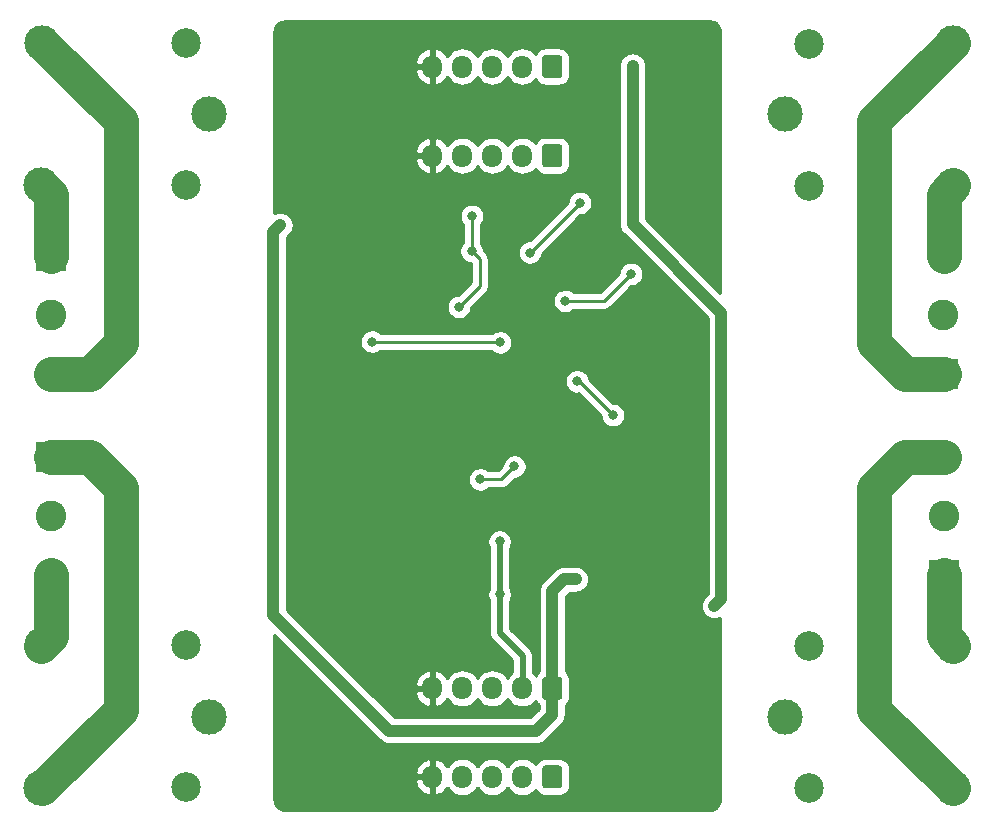
<source format=gbl>
G04 #@! TF.GenerationSoftware,KiCad,Pcbnew,5.1.10*
G04 #@! TF.CreationDate,2021-06-21T19:24:40+02:00*
G04 #@! TF.ProjectId,power-extender,706f7765-722d-4657-9874-656e6465722e,1*
G04 #@! TF.SameCoordinates,Original*
G04 #@! TF.FileFunction,Copper,L2,Bot*
G04 #@! TF.FilePolarity,Positive*
%FSLAX46Y46*%
G04 Gerber Fmt 4.6, Leading zero omitted, Abs format (unit mm)*
G04 Created by KiCad (PCBNEW 5.1.10) date 2021-06-21 19:24:40*
%MOMM*%
%LPD*%
G01*
G04 APERTURE LIST*
G04 #@! TA.AperFunction,ComponentPad*
%ADD10O,1.700000X1.950000*%
G04 #@! TD*
G04 #@! TA.AperFunction,ComponentPad*
%ADD11C,3.000000*%
G04 #@! TD*
G04 #@! TA.AperFunction,ComponentPad*
%ADD12C,2.500000*%
G04 #@! TD*
G04 #@! TA.AperFunction,ComponentPad*
%ADD13C,2.600000*%
G04 #@! TD*
G04 #@! TA.AperFunction,ComponentPad*
%ADD14R,2.600000X2.600000*%
G04 #@! TD*
G04 #@! TA.AperFunction,ViaPad*
%ADD15C,0.800000*%
G04 #@! TD*
G04 #@! TA.AperFunction,Conductor*
%ADD16C,0.250000*%
G04 #@! TD*
G04 #@! TA.AperFunction,Conductor*
%ADD17C,1.000000*%
G04 #@! TD*
G04 #@! TA.AperFunction,Conductor*
%ADD18C,0.500000*%
G04 #@! TD*
G04 #@! TA.AperFunction,Conductor*
%ADD19C,3.000000*%
G04 #@! TD*
G04 #@! TA.AperFunction,Conductor*
%ADD20C,0.254000*%
G04 #@! TD*
G04 #@! TA.AperFunction,Conductor*
%ADD21C,0.150000*%
G04 #@! TD*
G04 APERTURE END LIST*
D10*
X143240000Y-70950000D03*
X145780000Y-70950000D03*
X148320000Y-70950000D03*
X150860000Y-70950000D03*
G04 #@! TA.AperFunction,ComponentPad*
G36*
G01*
X154250000Y-70225000D02*
X154250000Y-71675000D01*
G75*
G02*
X154000000Y-71925000I-250000J0D01*
G01*
X152800000Y-71925000D01*
G75*
G02*
X152550000Y-71675000I0J250000D01*
G01*
X152550000Y-70225000D01*
G75*
G02*
X152800000Y-69975000I250000J0D01*
G01*
X154000000Y-69975000D01*
G75*
G02*
X154250000Y-70225000I0J-250000D01*
G01*
G37*
G04 #@! TD.AperFunction*
X143240000Y-78500000D03*
X145780000Y-78500000D03*
X148320000Y-78500000D03*
X150860000Y-78500000D03*
G04 #@! TA.AperFunction,ComponentPad*
G36*
G01*
X154250000Y-77775000D02*
X154250000Y-79225000D01*
G75*
G02*
X154000000Y-79475000I-250000J0D01*
G01*
X152800000Y-79475000D01*
G75*
G02*
X152550000Y-79225000I0J250000D01*
G01*
X152550000Y-77775000D01*
G75*
G02*
X152800000Y-77525000I250000J0D01*
G01*
X154000000Y-77525000D01*
G75*
G02*
X154250000Y-77775000I0J-250000D01*
G01*
G37*
G04 #@! TD.AperFunction*
X143240000Y-123600000D03*
X145780000Y-123600000D03*
X148320000Y-123600000D03*
X150860000Y-123600000D03*
G04 #@! TA.AperFunction,ComponentPad*
G36*
G01*
X154250000Y-122875000D02*
X154250000Y-124325000D01*
G75*
G02*
X154000000Y-124575000I-250000J0D01*
G01*
X152800000Y-124575000D01*
G75*
G02*
X152550000Y-124325000I0J250000D01*
G01*
X152550000Y-122875000D01*
G75*
G02*
X152800000Y-122625000I250000J0D01*
G01*
X154000000Y-122625000D01*
G75*
G02*
X154250000Y-122875000I0J-250000D01*
G01*
G37*
G04 #@! TD.AperFunction*
X143240000Y-131100000D03*
X145780000Y-131100000D03*
X148320000Y-131100000D03*
X150860000Y-131100000D03*
G04 #@! TA.AperFunction,ComponentPad*
G36*
G01*
X154250000Y-130375000D02*
X154250000Y-131825000D01*
G75*
G02*
X154000000Y-132075000I-250000J0D01*
G01*
X152800000Y-132075000D01*
G75*
G02*
X152550000Y-131825000I0J250000D01*
G01*
X152550000Y-130375000D01*
G75*
G02*
X152800000Y-130125000I250000J0D01*
G01*
X154000000Y-130125000D01*
G75*
G02*
X154250000Y-130375000I0J-250000D01*
G01*
G37*
G04 #@! TD.AperFunction*
D11*
X173150000Y-75000000D03*
D12*
X175100000Y-69050000D03*
D11*
X187350000Y-69000000D03*
X187300000Y-81050000D03*
D12*
X175100000Y-81050000D03*
D13*
X186500000Y-87000000D03*
X186500000Y-92000000D03*
D14*
X186500000Y-97000000D03*
D11*
X173150000Y-126000000D03*
D12*
X175100000Y-120050000D03*
D11*
X187350000Y-120000000D03*
X187300000Y-132050000D03*
D12*
X175100000Y-132050000D03*
D13*
X186550000Y-104000000D03*
X186550000Y-109000000D03*
D14*
X186550000Y-114000000D03*
D11*
X124350000Y-126000000D03*
D12*
X122400000Y-131950000D03*
D11*
X110150000Y-132000000D03*
X110200000Y-119950000D03*
D12*
X122400000Y-119950000D03*
D13*
X111000000Y-114000000D03*
X111000000Y-109000000D03*
D14*
X111000000Y-104000000D03*
D11*
X124350000Y-75000000D03*
D12*
X122400000Y-80950000D03*
D11*
X110150000Y-81000000D03*
X110200000Y-68950000D03*
D12*
X122400000Y-68950000D03*
D13*
X110950000Y-97000000D03*
X110950000Y-92000000D03*
D14*
X110950000Y-87000000D03*
D15*
X136145000Y-87855000D03*
X131750000Y-105750000D03*
X131749994Y-96500000D03*
X134700000Y-112000000D03*
X133600000Y-68000000D03*
X131700000Y-117400000D03*
X165800000Y-83600000D03*
X161355000Y-113145000D03*
X165750006Y-104500000D03*
X163900000Y-133000000D03*
X165750000Y-95250000D03*
X144200000Y-84550000D03*
X150300000Y-84100000D03*
X148500000Y-89000000D03*
X141249993Y-91250007D03*
X161800000Y-89400000D03*
X137900000Y-129100000D03*
X158810000Y-72880000D03*
X154230000Y-89650000D03*
X136690000Y-75420000D03*
X161170000Y-125780000D03*
X140020000Y-83910000D03*
X158525000Y-100475000D03*
X155500000Y-97600000D03*
X154500000Y-90800000D03*
X160070000Y-88500001D03*
X130375000Y-84375000D03*
X129800000Y-105700000D03*
X167125000Y-116625000D03*
X167700000Y-95300000D03*
X155400000Y-114350000D03*
X155750000Y-82500000D03*
X151500000Y-86699998D03*
X160200000Y-84300000D03*
X160200000Y-70900000D03*
X139599996Y-127200000D03*
X148950000Y-111150000D03*
X148950000Y-115650000D03*
X149000000Y-94300000D03*
X138150006Y-94250000D03*
X150200000Y-104800000D03*
X147300000Y-105900000D03*
X146574990Y-86570636D03*
X146600000Y-83600000D03*
X145500000Y-91300000D03*
D16*
X155650000Y-97600000D02*
X155500000Y-97600000D01*
X158525000Y-100475000D02*
X155650000Y-97600000D01*
X154500000Y-90800000D02*
X157770001Y-90800000D01*
X157770001Y-90800000D02*
X160070000Y-88500001D01*
D17*
X129800000Y-105700000D02*
X129800000Y-105700000D01*
X130375000Y-84375000D02*
X129800000Y-84950000D01*
X129800000Y-84950000D02*
X129800000Y-105700000D01*
X167125000Y-116625000D02*
X167700000Y-116050000D01*
X167700000Y-95300000D02*
X167700000Y-95300000D01*
X167700000Y-116050000D02*
X167700000Y-95300000D01*
X155400000Y-114350000D02*
X154400000Y-114350000D01*
X153400000Y-115350000D02*
X153400000Y-123600000D01*
X154400000Y-114350000D02*
X153400000Y-115350000D01*
D16*
X155750000Y-82500000D02*
X151550002Y-86699998D01*
X151550002Y-86699998D02*
X151500000Y-86699998D01*
D17*
X167700000Y-91800000D02*
X160200000Y-84300000D01*
X167700000Y-95300000D02*
X167700000Y-91800000D01*
X160200000Y-84300000D02*
X160200000Y-70900000D01*
X129800000Y-105700000D02*
X129800000Y-117400004D01*
X129800000Y-117400004D02*
X139599996Y-127200000D01*
X152030000Y-127200000D02*
X139599996Y-127200000D01*
X153400000Y-125830000D02*
X152030000Y-127200000D01*
X153400000Y-123600000D02*
X153400000Y-125830000D01*
D18*
X148950000Y-118900000D02*
X148950000Y-111150000D01*
X150900000Y-120850000D02*
X148950000Y-118900000D01*
X150900000Y-123600000D02*
X150900000Y-120850000D01*
D16*
X149000000Y-94300000D02*
X138200006Y-94300000D01*
X138200006Y-94300000D02*
X138150006Y-94250000D01*
X149100000Y-105900000D02*
X147300000Y-105900000D01*
X150200000Y-104800000D02*
X149100000Y-105900000D01*
X146574990Y-83625010D02*
X146600000Y-83600000D01*
X146574990Y-86570636D02*
X146574990Y-83625010D01*
X147250000Y-89550000D02*
X145500000Y-91300000D01*
X147250000Y-87245646D02*
X147250000Y-89550000D01*
X146574990Y-86570636D02*
X147250000Y-87245646D01*
D19*
X116850000Y-94400000D02*
X116850000Y-75600000D01*
X114250000Y-97000000D02*
X116850000Y-94400000D01*
X110950000Y-97000000D02*
X114250000Y-97000000D01*
X116850000Y-75600000D02*
X110200000Y-68950000D01*
X110950000Y-87000000D02*
X110950000Y-81800000D01*
X110950000Y-81800000D02*
X110150000Y-81000000D01*
X116850000Y-106600000D02*
X116850000Y-125400000D01*
X114250000Y-104000000D02*
X116850000Y-106600000D01*
X110950000Y-104000000D02*
X114250000Y-104000000D01*
X116850000Y-125400000D02*
X110200000Y-132050000D01*
X110950000Y-114000000D02*
X110950000Y-119200000D01*
X110950000Y-119200000D02*
X110150000Y-120000000D01*
X180650000Y-106600000D02*
X180650000Y-125400000D01*
X183250000Y-104000000D02*
X180650000Y-106600000D01*
X186550000Y-104000000D02*
X183250000Y-104000000D01*
X180650000Y-125400000D02*
X187300000Y-132050000D01*
X186550000Y-114000000D02*
X186550000Y-119200000D01*
X186550000Y-119200000D02*
X187350000Y-120000000D01*
X186550000Y-87000000D02*
X186550000Y-81800000D01*
X186550000Y-81800000D02*
X187350000Y-81000000D01*
X183250000Y-97000000D02*
X180650000Y-94400000D01*
X180650000Y-94400000D02*
X180650000Y-75600000D01*
X180650000Y-75600000D02*
X187300000Y-68950000D01*
X186550000Y-97000000D02*
X183250000Y-97000000D01*
D20*
X166920189Y-67144376D02*
X167083850Y-67194022D01*
X167234672Y-67274638D01*
X167366870Y-67383130D01*
X167475362Y-67515328D01*
X167555978Y-67666150D01*
X167605624Y-67829811D01*
X167623000Y-68006234D01*
X167623000Y-90117867D01*
X161335000Y-83829869D01*
X161335000Y-70844248D01*
X161318577Y-70677501D01*
X161253676Y-70463553D01*
X161148284Y-70266377D01*
X161006449Y-70093551D01*
X160833623Y-69951716D01*
X160636447Y-69846324D01*
X160422499Y-69781423D01*
X160200000Y-69759509D01*
X159977502Y-69781423D01*
X159763554Y-69846324D01*
X159566378Y-69951716D01*
X159393552Y-70093551D01*
X159251717Y-70266377D01*
X159146325Y-70463553D01*
X159081424Y-70677501D01*
X159065001Y-70844248D01*
X159065000Y-84244249D01*
X159059509Y-84300000D01*
X159066896Y-84375000D01*
X159081423Y-84522498D01*
X159146324Y-84736446D01*
X159251716Y-84933623D01*
X159393551Y-85106449D01*
X159436865Y-85141996D01*
X166565001Y-92270134D01*
X166565000Y-95244248D01*
X166559509Y-95300000D01*
X166565001Y-95355762D01*
X166565000Y-115579869D01*
X166283012Y-115861857D01*
X166176717Y-115991378D01*
X166071324Y-116188554D01*
X166006423Y-116402502D01*
X165984509Y-116625000D01*
X166006423Y-116847498D01*
X166071324Y-117061446D01*
X166176717Y-117258622D01*
X166318552Y-117431448D01*
X166491378Y-117573283D01*
X166688554Y-117678676D01*
X166902502Y-117743577D01*
X167125000Y-117765491D01*
X167347498Y-117743577D01*
X167561446Y-117678676D01*
X167623000Y-117645775D01*
X167623000Y-132993766D01*
X167605624Y-133170189D01*
X167555978Y-133333850D01*
X167475362Y-133484672D01*
X167366870Y-133616870D01*
X167234672Y-133725362D01*
X167083850Y-133805978D01*
X166920189Y-133855624D01*
X166743766Y-133873000D01*
X130756234Y-133873000D01*
X130579811Y-133855624D01*
X130416150Y-133805978D01*
X130265328Y-133725362D01*
X130133130Y-133616870D01*
X130024638Y-133484672D01*
X129944022Y-133333850D01*
X129894376Y-133170189D01*
X129877000Y-132993766D01*
X129877000Y-131459267D01*
X141773680Y-131459267D01*
X141847558Y-131740830D01*
X141974947Y-132002570D01*
X142150951Y-132234429D01*
X142368807Y-132427496D01*
X142620142Y-132574352D01*
X142883110Y-132666476D01*
X143113000Y-132545155D01*
X143113000Y-131227000D01*
X141913835Y-131227000D01*
X141773680Y-131459267D01*
X129877000Y-131459267D01*
X129877000Y-130740733D01*
X141773680Y-130740733D01*
X141913835Y-130973000D01*
X143113000Y-130973000D01*
X143113000Y-129654845D01*
X143367000Y-129654845D01*
X143367000Y-130973000D01*
X143387000Y-130973000D01*
X143387000Y-131227000D01*
X143367000Y-131227000D01*
X143367000Y-132545155D01*
X143596890Y-132666476D01*
X143859858Y-132574352D01*
X144111193Y-132427496D01*
X144329049Y-132234429D01*
X144505053Y-132002570D01*
X144508267Y-131995966D01*
X144539294Y-132054013D01*
X144724866Y-132280134D01*
X144950986Y-132465706D01*
X145208966Y-132603599D01*
X145488889Y-132688513D01*
X145780000Y-132717185D01*
X146071110Y-132688513D01*
X146351033Y-132603599D01*
X146609013Y-132465706D01*
X146835134Y-132280134D01*
X147020706Y-132054014D01*
X147050000Y-131999208D01*
X147079294Y-132054013D01*
X147264866Y-132280134D01*
X147490986Y-132465706D01*
X147748966Y-132603599D01*
X148028889Y-132688513D01*
X148320000Y-132717185D01*
X148611110Y-132688513D01*
X148891033Y-132603599D01*
X149149013Y-132465706D01*
X149375134Y-132280134D01*
X149560706Y-132054014D01*
X149590000Y-131999208D01*
X149619294Y-132054013D01*
X149804866Y-132280134D01*
X150030986Y-132465706D01*
X150288966Y-132603599D01*
X150568889Y-132688513D01*
X150860000Y-132717185D01*
X151151110Y-132688513D01*
X151431033Y-132603599D01*
X151689013Y-132465706D01*
X151915134Y-132280134D01*
X151991446Y-132187147D01*
X152061595Y-132318386D01*
X152172038Y-132452962D01*
X152306614Y-132563405D01*
X152460150Y-132645472D01*
X152626746Y-132696008D01*
X152800000Y-132713072D01*
X154000000Y-132713072D01*
X154173254Y-132696008D01*
X154339850Y-132645472D01*
X154493386Y-132563405D01*
X154627962Y-132452962D01*
X154738405Y-132318386D01*
X154820472Y-132164850D01*
X154871008Y-131998254D01*
X154888072Y-131825000D01*
X154888072Y-130375000D01*
X154871008Y-130201746D01*
X154820472Y-130035150D01*
X154738405Y-129881614D01*
X154627962Y-129747038D01*
X154493386Y-129636595D01*
X154339850Y-129554528D01*
X154173254Y-129503992D01*
X154000000Y-129486928D01*
X152800000Y-129486928D01*
X152626746Y-129503992D01*
X152460150Y-129554528D01*
X152306614Y-129636595D01*
X152172038Y-129747038D01*
X152061595Y-129881614D01*
X151991446Y-130012853D01*
X151915134Y-129919866D01*
X151689014Y-129734294D01*
X151431034Y-129596401D01*
X151151111Y-129511487D01*
X150860000Y-129482815D01*
X150568890Y-129511487D01*
X150288967Y-129596401D01*
X150030987Y-129734294D01*
X149804866Y-129919866D01*
X149619294Y-130145986D01*
X149590000Y-130200791D01*
X149560706Y-130145986D01*
X149375134Y-129919866D01*
X149149014Y-129734294D01*
X148891034Y-129596401D01*
X148611111Y-129511487D01*
X148320000Y-129482815D01*
X148028890Y-129511487D01*
X147748967Y-129596401D01*
X147490987Y-129734294D01*
X147264866Y-129919866D01*
X147079294Y-130145986D01*
X147050000Y-130200791D01*
X147020706Y-130145986D01*
X146835134Y-129919866D01*
X146609014Y-129734294D01*
X146351034Y-129596401D01*
X146071111Y-129511487D01*
X145780000Y-129482815D01*
X145488890Y-129511487D01*
X145208967Y-129596401D01*
X144950987Y-129734294D01*
X144724866Y-129919866D01*
X144539294Y-130145986D01*
X144508267Y-130204034D01*
X144505053Y-130197430D01*
X144329049Y-129965571D01*
X144111193Y-129772504D01*
X143859858Y-129625648D01*
X143596890Y-129533524D01*
X143367000Y-129654845D01*
X143113000Y-129654845D01*
X142883110Y-129533524D01*
X142620142Y-129625648D01*
X142368807Y-129772504D01*
X142150951Y-129965571D01*
X141974947Y-130197430D01*
X141847558Y-130459170D01*
X141773680Y-130740733D01*
X129877000Y-130740733D01*
X129877000Y-119082135D01*
X138758005Y-127963141D01*
X138793547Y-128006449D01*
X138966373Y-128148284D01*
X139163549Y-128253676D01*
X139377497Y-128318577D01*
X139544244Y-128335000D01*
X139544253Y-128335000D01*
X139599995Y-128340490D01*
X139655737Y-128335000D01*
X151974249Y-128335000D01*
X152030000Y-128340491D01*
X152085751Y-128335000D01*
X152085752Y-128335000D01*
X152252499Y-128318577D01*
X152466447Y-128253676D01*
X152663623Y-128148284D01*
X152836449Y-128006449D01*
X152871995Y-127963136D01*
X154163146Y-126671987D01*
X154206449Y-126636449D01*
X154285418Y-126540226D01*
X154348284Y-126463623D01*
X154453676Y-126266447D01*
X154518577Y-126052499D01*
X154540491Y-125830000D01*
X154535000Y-125774248D01*
X154535000Y-125029253D01*
X154627962Y-124952962D01*
X154738405Y-124818386D01*
X154820472Y-124664850D01*
X154871008Y-124498254D01*
X154888072Y-124325000D01*
X154888072Y-122875000D01*
X154871008Y-122701746D01*
X154820472Y-122535150D01*
X154738405Y-122381614D01*
X154627962Y-122247038D01*
X154535000Y-122170747D01*
X154535000Y-115820132D01*
X154870132Y-115485000D01*
X155455752Y-115485000D01*
X155622499Y-115468577D01*
X155836447Y-115403676D01*
X156033623Y-115298284D01*
X156206449Y-115156449D01*
X156348284Y-114983623D01*
X156453676Y-114786447D01*
X156518577Y-114572499D01*
X156540491Y-114350000D01*
X156518577Y-114127501D01*
X156453676Y-113913553D01*
X156348284Y-113716377D01*
X156206449Y-113543551D01*
X156033623Y-113401716D01*
X155836447Y-113296324D01*
X155622499Y-113231423D01*
X155455752Y-113215000D01*
X154455752Y-113215000D01*
X154400000Y-113209509D01*
X154177501Y-113231423D01*
X153963553Y-113296324D01*
X153766377Y-113401716D01*
X153636856Y-113508011D01*
X153636854Y-113508013D01*
X153593551Y-113543551D01*
X153558013Y-113586855D01*
X152636864Y-114508005D01*
X152593551Y-114543551D01*
X152451716Y-114716377D01*
X152348486Y-114909509D01*
X152346324Y-114913554D01*
X152281423Y-115127502D01*
X152259509Y-115350000D01*
X152265000Y-115405752D01*
X152265001Y-122170746D01*
X152172038Y-122247038D01*
X152061595Y-122381614D01*
X151991446Y-122512853D01*
X151915134Y-122419866D01*
X151785000Y-122313068D01*
X151785000Y-120893465D01*
X151789281Y-120849999D01*
X151785000Y-120806533D01*
X151785000Y-120806523D01*
X151772195Y-120676510D01*
X151721589Y-120509687D01*
X151639411Y-120355941D01*
X151528817Y-120221183D01*
X151495049Y-120193470D01*
X149835000Y-118533422D01*
X149835000Y-116188454D01*
X149867205Y-116140256D01*
X149945226Y-115951898D01*
X149985000Y-115751939D01*
X149985000Y-115548061D01*
X149945226Y-115348102D01*
X149867205Y-115159744D01*
X149835000Y-115111546D01*
X149835000Y-111688454D01*
X149867205Y-111640256D01*
X149945226Y-111451898D01*
X149985000Y-111251939D01*
X149985000Y-111048061D01*
X149945226Y-110848102D01*
X149867205Y-110659744D01*
X149753937Y-110490226D01*
X149609774Y-110346063D01*
X149440256Y-110232795D01*
X149251898Y-110154774D01*
X149051939Y-110115000D01*
X148848061Y-110115000D01*
X148648102Y-110154774D01*
X148459744Y-110232795D01*
X148290226Y-110346063D01*
X148146063Y-110490226D01*
X148032795Y-110659744D01*
X147954774Y-110848102D01*
X147915000Y-111048061D01*
X147915000Y-111251939D01*
X147954774Y-111451898D01*
X148032795Y-111640256D01*
X148065001Y-111688456D01*
X148065000Y-115111545D01*
X148032795Y-115159744D01*
X147954774Y-115348102D01*
X147915000Y-115548061D01*
X147915000Y-115751939D01*
X147954774Y-115951898D01*
X148032795Y-116140256D01*
X148065000Y-116188455D01*
X148065000Y-118856531D01*
X148060719Y-118900000D01*
X148065000Y-118943469D01*
X148065000Y-118943476D01*
X148077805Y-119073489D01*
X148128411Y-119240312D01*
X148210589Y-119394058D01*
X148321183Y-119528817D01*
X148354956Y-119556534D01*
X150015001Y-121216580D01*
X150015000Y-122247414D01*
X149804866Y-122419866D01*
X149619294Y-122645986D01*
X149590000Y-122700791D01*
X149560706Y-122645986D01*
X149375134Y-122419866D01*
X149149014Y-122234294D01*
X148891034Y-122096401D01*
X148611111Y-122011487D01*
X148320000Y-121982815D01*
X148028890Y-122011487D01*
X147748967Y-122096401D01*
X147490987Y-122234294D01*
X147264866Y-122419866D01*
X147079294Y-122645986D01*
X147050000Y-122700791D01*
X147020706Y-122645986D01*
X146835134Y-122419866D01*
X146609014Y-122234294D01*
X146351034Y-122096401D01*
X146071111Y-122011487D01*
X145780000Y-121982815D01*
X145488890Y-122011487D01*
X145208967Y-122096401D01*
X144950987Y-122234294D01*
X144724866Y-122419866D01*
X144539294Y-122645986D01*
X144508267Y-122704034D01*
X144505053Y-122697430D01*
X144329049Y-122465571D01*
X144111193Y-122272504D01*
X143859858Y-122125648D01*
X143596890Y-122033524D01*
X143367000Y-122154845D01*
X143367000Y-123473000D01*
X143387000Y-123473000D01*
X143387000Y-123727000D01*
X143367000Y-123727000D01*
X143367000Y-125045155D01*
X143596890Y-125166476D01*
X143859858Y-125074352D01*
X144111193Y-124927496D01*
X144329049Y-124734429D01*
X144505053Y-124502570D01*
X144508267Y-124495966D01*
X144539294Y-124554013D01*
X144724866Y-124780134D01*
X144950986Y-124965706D01*
X145208966Y-125103599D01*
X145488889Y-125188513D01*
X145780000Y-125217185D01*
X146071110Y-125188513D01*
X146351033Y-125103599D01*
X146609013Y-124965706D01*
X146835134Y-124780134D01*
X147020706Y-124554014D01*
X147050000Y-124499208D01*
X147079294Y-124554013D01*
X147264866Y-124780134D01*
X147490986Y-124965706D01*
X147748966Y-125103599D01*
X148028889Y-125188513D01*
X148320000Y-125217185D01*
X148611110Y-125188513D01*
X148891033Y-125103599D01*
X149149013Y-124965706D01*
X149375134Y-124780134D01*
X149560706Y-124554014D01*
X149590000Y-124499208D01*
X149619294Y-124554013D01*
X149804866Y-124780134D01*
X150030986Y-124965706D01*
X150288966Y-125103599D01*
X150568889Y-125188513D01*
X150860000Y-125217185D01*
X151151110Y-125188513D01*
X151431033Y-125103599D01*
X151689013Y-124965706D01*
X151915134Y-124780134D01*
X151991446Y-124687147D01*
X152061595Y-124818386D01*
X152172038Y-124952962D01*
X152265001Y-125029254D01*
X152265001Y-125359867D01*
X151559868Y-126065000D01*
X140070128Y-126065000D01*
X137964395Y-123959267D01*
X141773680Y-123959267D01*
X141847558Y-124240830D01*
X141974947Y-124502570D01*
X142150951Y-124734429D01*
X142368807Y-124927496D01*
X142620142Y-125074352D01*
X142883110Y-125166476D01*
X143113000Y-125045155D01*
X143113000Y-123727000D01*
X141913835Y-123727000D01*
X141773680Y-123959267D01*
X137964395Y-123959267D01*
X137245861Y-123240733D01*
X141773680Y-123240733D01*
X141913835Y-123473000D01*
X143113000Y-123473000D01*
X143113000Y-122154845D01*
X142883110Y-122033524D01*
X142620142Y-122125648D01*
X142368807Y-122272504D01*
X142150951Y-122465571D01*
X141974947Y-122697430D01*
X141847558Y-122959170D01*
X141773680Y-123240733D01*
X137245861Y-123240733D01*
X130935000Y-116929873D01*
X130935000Y-105798061D01*
X146265000Y-105798061D01*
X146265000Y-106001939D01*
X146304774Y-106201898D01*
X146382795Y-106390256D01*
X146496063Y-106559774D01*
X146640226Y-106703937D01*
X146809744Y-106817205D01*
X146998102Y-106895226D01*
X147198061Y-106935000D01*
X147401939Y-106935000D01*
X147601898Y-106895226D01*
X147790256Y-106817205D01*
X147959774Y-106703937D01*
X148003711Y-106660000D01*
X149062678Y-106660000D01*
X149100000Y-106663676D01*
X149137322Y-106660000D01*
X149137333Y-106660000D01*
X149248986Y-106649003D01*
X149392247Y-106605546D01*
X149524276Y-106534974D01*
X149640001Y-106440001D01*
X149663804Y-106410998D01*
X150239802Y-105835000D01*
X150301939Y-105835000D01*
X150501898Y-105795226D01*
X150690256Y-105717205D01*
X150859774Y-105603937D01*
X151003937Y-105459774D01*
X151117205Y-105290256D01*
X151195226Y-105101898D01*
X151235000Y-104901939D01*
X151235000Y-104698061D01*
X151195226Y-104498102D01*
X151117205Y-104309744D01*
X151003937Y-104140226D01*
X150859774Y-103996063D01*
X150690256Y-103882795D01*
X150501898Y-103804774D01*
X150301939Y-103765000D01*
X150098061Y-103765000D01*
X149898102Y-103804774D01*
X149709744Y-103882795D01*
X149540226Y-103996063D01*
X149396063Y-104140226D01*
X149282795Y-104309744D01*
X149204774Y-104498102D01*
X149165000Y-104698061D01*
X149165000Y-104760198D01*
X148785199Y-105140000D01*
X148003711Y-105140000D01*
X147959774Y-105096063D01*
X147790256Y-104982795D01*
X147601898Y-104904774D01*
X147401939Y-104865000D01*
X147198061Y-104865000D01*
X146998102Y-104904774D01*
X146809744Y-104982795D01*
X146640226Y-105096063D01*
X146496063Y-105240226D01*
X146382795Y-105409744D01*
X146304774Y-105598102D01*
X146265000Y-105798061D01*
X130935000Y-105798061D01*
X130935000Y-105755752D01*
X130940491Y-105700000D01*
X130935000Y-105644248D01*
X130935000Y-97498061D01*
X154465000Y-97498061D01*
X154465000Y-97701939D01*
X154504774Y-97901898D01*
X154582795Y-98090256D01*
X154696063Y-98259774D01*
X154840226Y-98403937D01*
X155009744Y-98517205D01*
X155198102Y-98595226D01*
X155398061Y-98635000D01*
X155601939Y-98635000D01*
X155608828Y-98633630D01*
X157490000Y-100514802D01*
X157490000Y-100576939D01*
X157529774Y-100776898D01*
X157607795Y-100965256D01*
X157721063Y-101134774D01*
X157865226Y-101278937D01*
X158034744Y-101392205D01*
X158223102Y-101470226D01*
X158423061Y-101510000D01*
X158626939Y-101510000D01*
X158826898Y-101470226D01*
X159015256Y-101392205D01*
X159184774Y-101278937D01*
X159328937Y-101134774D01*
X159442205Y-100965256D01*
X159520226Y-100776898D01*
X159560000Y-100576939D01*
X159560000Y-100373061D01*
X159520226Y-100173102D01*
X159442205Y-99984744D01*
X159328937Y-99815226D01*
X159184774Y-99671063D01*
X159015256Y-99557795D01*
X158826898Y-99479774D01*
X158626939Y-99440000D01*
X158564802Y-99440000D01*
X156513184Y-97388383D01*
X156495226Y-97298102D01*
X156417205Y-97109744D01*
X156303937Y-96940226D01*
X156159774Y-96796063D01*
X155990256Y-96682795D01*
X155801898Y-96604774D01*
X155601939Y-96565000D01*
X155398061Y-96565000D01*
X155198102Y-96604774D01*
X155009744Y-96682795D01*
X154840226Y-96796063D01*
X154696063Y-96940226D01*
X154582795Y-97109744D01*
X154504774Y-97298102D01*
X154465000Y-97498061D01*
X130935000Y-97498061D01*
X130935000Y-94148061D01*
X137115006Y-94148061D01*
X137115006Y-94351939D01*
X137154780Y-94551898D01*
X137232801Y-94740256D01*
X137346069Y-94909774D01*
X137490232Y-95053937D01*
X137659750Y-95167205D01*
X137848108Y-95245226D01*
X138048067Y-95285000D01*
X138251945Y-95285000D01*
X138451904Y-95245226D01*
X138640262Y-95167205D01*
X138800706Y-95060000D01*
X148296289Y-95060000D01*
X148340226Y-95103937D01*
X148509744Y-95217205D01*
X148698102Y-95295226D01*
X148898061Y-95335000D01*
X149101939Y-95335000D01*
X149301898Y-95295226D01*
X149490256Y-95217205D01*
X149659774Y-95103937D01*
X149803937Y-94959774D01*
X149917205Y-94790256D01*
X149995226Y-94601898D01*
X150035000Y-94401939D01*
X150035000Y-94198061D01*
X149995226Y-93998102D01*
X149917205Y-93809744D01*
X149803937Y-93640226D01*
X149659774Y-93496063D01*
X149490256Y-93382795D01*
X149301898Y-93304774D01*
X149101939Y-93265000D01*
X148898061Y-93265000D01*
X148698102Y-93304774D01*
X148509744Y-93382795D01*
X148340226Y-93496063D01*
X148296289Y-93540000D01*
X138903717Y-93540000D01*
X138809780Y-93446063D01*
X138640262Y-93332795D01*
X138451904Y-93254774D01*
X138251945Y-93215000D01*
X138048067Y-93215000D01*
X137848108Y-93254774D01*
X137659750Y-93332795D01*
X137490232Y-93446063D01*
X137346069Y-93590226D01*
X137232801Y-93759744D01*
X137154780Y-93948102D01*
X137115006Y-94148061D01*
X130935000Y-94148061D01*
X130935000Y-91198061D01*
X144465000Y-91198061D01*
X144465000Y-91401939D01*
X144504774Y-91601898D01*
X144582795Y-91790256D01*
X144696063Y-91959774D01*
X144840226Y-92103937D01*
X145009744Y-92217205D01*
X145198102Y-92295226D01*
X145398061Y-92335000D01*
X145601939Y-92335000D01*
X145801898Y-92295226D01*
X145990256Y-92217205D01*
X146159774Y-92103937D01*
X146303937Y-91959774D01*
X146417205Y-91790256D01*
X146495226Y-91601898D01*
X146535000Y-91401939D01*
X146535000Y-91339801D01*
X147176740Y-90698061D01*
X153465000Y-90698061D01*
X153465000Y-90901939D01*
X153504774Y-91101898D01*
X153582795Y-91290256D01*
X153696063Y-91459774D01*
X153840226Y-91603937D01*
X154009744Y-91717205D01*
X154198102Y-91795226D01*
X154398061Y-91835000D01*
X154601939Y-91835000D01*
X154801898Y-91795226D01*
X154990256Y-91717205D01*
X155159774Y-91603937D01*
X155203711Y-91560000D01*
X157732679Y-91560000D01*
X157770001Y-91563676D01*
X157807323Y-91560000D01*
X157807334Y-91560000D01*
X157918987Y-91549003D01*
X158062248Y-91505546D01*
X158194277Y-91434974D01*
X158310002Y-91340001D01*
X158333805Y-91310997D01*
X160109802Y-89535001D01*
X160171939Y-89535001D01*
X160371898Y-89495227D01*
X160560256Y-89417206D01*
X160729774Y-89303938D01*
X160873937Y-89159775D01*
X160987205Y-88990257D01*
X161065226Y-88801899D01*
X161105000Y-88601940D01*
X161105000Y-88398062D01*
X161065226Y-88198103D01*
X160987205Y-88009745D01*
X160873937Y-87840227D01*
X160729774Y-87696064D01*
X160560256Y-87582796D01*
X160371898Y-87504775D01*
X160171939Y-87465001D01*
X159968061Y-87465001D01*
X159768102Y-87504775D01*
X159579744Y-87582796D01*
X159410226Y-87696064D01*
X159266063Y-87840227D01*
X159152795Y-88009745D01*
X159074774Y-88198103D01*
X159035000Y-88398062D01*
X159035000Y-88460199D01*
X157455200Y-90040000D01*
X155203711Y-90040000D01*
X155159774Y-89996063D01*
X154990256Y-89882795D01*
X154801898Y-89804774D01*
X154601939Y-89765000D01*
X154398061Y-89765000D01*
X154198102Y-89804774D01*
X154009744Y-89882795D01*
X153840226Y-89996063D01*
X153696063Y-90140226D01*
X153582795Y-90309744D01*
X153504774Y-90498102D01*
X153465000Y-90698061D01*
X147176740Y-90698061D01*
X147761003Y-90113799D01*
X147790001Y-90090001D01*
X147884974Y-89974276D01*
X147955546Y-89842247D01*
X147999003Y-89698986D01*
X148010000Y-89587333D01*
X148010000Y-89587325D01*
X148013676Y-89550000D01*
X148010000Y-89512675D01*
X148010000Y-87282968D01*
X148013676Y-87245645D01*
X148010000Y-87208322D01*
X148010000Y-87208313D01*
X147999003Y-87096660D01*
X147955546Y-86953399D01*
X147884974Y-86821370D01*
X147790001Y-86705645D01*
X147761004Y-86681848D01*
X147677215Y-86598059D01*
X150465000Y-86598059D01*
X150465000Y-86801937D01*
X150504774Y-87001896D01*
X150582795Y-87190254D01*
X150696063Y-87359772D01*
X150840226Y-87503935D01*
X151009744Y-87617203D01*
X151198102Y-87695224D01*
X151398061Y-87734998D01*
X151601939Y-87734998D01*
X151801898Y-87695224D01*
X151990256Y-87617203D01*
X152159774Y-87503935D01*
X152303937Y-87359772D01*
X152417205Y-87190254D01*
X152495226Y-87001896D01*
X152535000Y-86801937D01*
X152535000Y-86789801D01*
X155789802Y-83535000D01*
X155851939Y-83535000D01*
X156051898Y-83495226D01*
X156240256Y-83417205D01*
X156409774Y-83303937D01*
X156553937Y-83159774D01*
X156667205Y-82990256D01*
X156745226Y-82801898D01*
X156785000Y-82601939D01*
X156785000Y-82398061D01*
X156745226Y-82198102D01*
X156667205Y-82009744D01*
X156553937Y-81840226D01*
X156409774Y-81696063D01*
X156240256Y-81582795D01*
X156051898Y-81504774D01*
X155851939Y-81465000D01*
X155648061Y-81465000D01*
X155448102Y-81504774D01*
X155259744Y-81582795D01*
X155090226Y-81696063D01*
X154946063Y-81840226D01*
X154832795Y-82009744D01*
X154754774Y-82198102D01*
X154715000Y-82398061D01*
X154715000Y-82460198D01*
X151510201Y-85664998D01*
X151398061Y-85664998D01*
X151198102Y-85704772D01*
X151009744Y-85782793D01*
X150840226Y-85896061D01*
X150696063Y-86040224D01*
X150582795Y-86209742D01*
X150504774Y-86398100D01*
X150465000Y-86598059D01*
X147677215Y-86598059D01*
X147609990Y-86530834D01*
X147609990Y-86468697D01*
X147570216Y-86268738D01*
X147492195Y-86080380D01*
X147378927Y-85910862D01*
X147334990Y-85866925D01*
X147334990Y-84328721D01*
X147403937Y-84259774D01*
X147517205Y-84090256D01*
X147595226Y-83901898D01*
X147635000Y-83701939D01*
X147635000Y-83498061D01*
X147595226Y-83298102D01*
X147517205Y-83109744D01*
X147403937Y-82940226D01*
X147259774Y-82796063D01*
X147090256Y-82682795D01*
X146901898Y-82604774D01*
X146701939Y-82565000D01*
X146498061Y-82565000D01*
X146298102Y-82604774D01*
X146109744Y-82682795D01*
X145940226Y-82796063D01*
X145796063Y-82940226D01*
X145682795Y-83109744D01*
X145604774Y-83298102D01*
X145565000Y-83498061D01*
X145565000Y-83701939D01*
X145604774Y-83901898D01*
X145682795Y-84090256D01*
X145796063Y-84259774D01*
X145814991Y-84278702D01*
X145814990Y-85866925D01*
X145771053Y-85910862D01*
X145657785Y-86080380D01*
X145579764Y-86268738D01*
X145539990Y-86468697D01*
X145539990Y-86672575D01*
X145579764Y-86872534D01*
X145657785Y-87060892D01*
X145771053Y-87230410D01*
X145915216Y-87374573D01*
X146084734Y-87487841D01*
X146273092Y-87565862D01*
X146473051Y-87605636D01*
X146490000Y-87605636D01*
X146490001Y-89235197D01*
X145460199Y-90265000D01*
X145398061Y-90265000D01*
X145198102Y-90304774D01*
X145009744Y-90382795D01*
X144840226Y-90496063D01*
X144696063Y-90640226D01*
X144582795Y-90809744D01*
X144504774Y-90998102D01*
X144465000Y-91198061D01*
X130935000Y-91198061D01*
X130935000Y-85420131D01*
X131216988Y-85138143D01*
X131323284Y-85008622D01*
X131428676Y-84811447D01*
X131493577Y-84597499D01*
X131515491Y-84375000D01*
X131493577Y-84152501D01*
X131428676Y-83938554D01*
X131323284Y-83741378D01*
X131181449Y-83568551D01*
X131008622Y-83426716D01*
X130811446Y-83321324D01*
X130597499Y-83256423D01*
X130375000Y-83234509D01*
X130152501Y-83256423D01*
X129938553Y-83321324D01*
X129877000Y-83354225D01*
X129877000Y-78859267D01*
X141773680Y-78859267D01*
X141847558Y-79140830D01*
X141974947Y-79402570D01*
X142150951Y-79634429D01*
X142368807Y-79827496D01*
X142620142Y-79974352D01*
X142883110Y-80066476D01*
X143113000Y-79945155D01*
X143113000Y-78627000D01*
X141913835Y-78627000D01*
X141773680Y-78859267D01*
X129877000Y-78859267D01*
X129877000Y-78140733D01*
X141773680Y-78140733D01*
X141913835Y-78373000D01*
X143113000Y-78373000D01*
X143113000Y-77054845D01*
X143367000Y-77054845D01*
X143367000Y-78373000D01*
X143387000Y-78373000D01*
X143387000Y-78627000D01*
X143367000Y-78627000D01*
X143367000Y-79945155D01*
X143596890Y-80066476D01*
X143859858Y-79974352D01*
X144111193Y-79827496D01*
X144329049Y-79634429D01*
X144505053Y-79402570D01*
X144508267Y-79395966D01*
X144539294Y-79454013D01*
X144724866Y-79680134D01*
X144950986Y-79865706D01*
X145208966Y-80003599D01*
X145488889Y-80088513D01*
X145780000Y-80117185D01*
X146071110Y-80088513D01*
X146351033Y-80003599D01*
X146609013Y-79865706D01*
X146835134Y-79680134D01*
X147020706Y-79454014D01*
X147050000Y-79399208D01*
X147079294Y-79454013D01*
X147264866Y-79680134D01*
X147490986Y-79865706D01*
X147748966Y-80003599D01*
X148028889Y-80088513D01*
X148320000Y-80117185D01*
X148611110Y-80088513D01*
X148891033Y-80003599D01*
X149149013Y-79865706D01*
X149375134Y-79680134D01*
X149560706Y-79454014D01*
X149590000Y-79399208D01*
X149619294Y-79454013D01*
X149804866Y-79680134D01*
X150030986Y-79865706D01*
X150288966Y-80003599D01*
X150568889Y-80088513D01*
X150860000Y-80117185D01*
X151151110Y-80088513D01*
X151431033Y-80003599D01*
X151689013Y-79865706D01*
X151915134Y-79680134D01*
X151991446Y-79587147D01*
X152061595Y-79718386D01*
X152172038Y-79852962D01*
X152306614Y-79963405D01*
X152460150Y-80045472D01*
X152626746Y-80096008D01*
X152800000Y-80113072D01*
X154000000Y-80113072D01*
X154173254Y-80096008D01*
X154339850Y-80045472D01*
X154493386Y-79963405D01*
X154627962Y-79852962D01*
X154738405Y-79718386D01*
X154820472Y-79564850D01*
X154871008Y-79398254D01*
X154888072Y-79225000D01*
X154888072Y-77775000D01*
X154871008Y-77601746D01*
X154820472Y-77435150D01*
X154738405Y-77281614D01*
X154627962Y-77147038D01*
X154493386Y-77036595D01*
X154339850Y-76954528D01*
X154173254Y-76903992D01*
X154000000Y-76886928D01*
X152800000Y-76886928D01*
X152626746Y-76903992D01*
X152460150Y-76954528D01*
X152306614Y-77036595D01*
X152172038Y-77147038D01*
X152061595Y-77281614D01*
X151991446Y-77412853D01*
X151915134Y-77319866D01*
X151689014Y-77134294D01*
X151431034Y-76996401D01*
X151151111Y-76911487D01*
X150860000Y-76882815D01*
X150568890Y-76911487D01*
X150288967Y-76996401D01*
X150030987Y-77134294D01*
X149804866Y-77319866D01*
X149619294Y-77545986D01*
X149590000Y-77600791D01*
X149560706Y-77545986D01*
X149375134Y-77319866D01*
X149149014Y-77134294D01*
X148891034Y-76996401D01*
X148611111Y-76911487D01*
X148320000Y-76882815D01*
X148028890Y-76911487D01*
X147748967Y-76996401D01*
X147490987Y-77134294D01*
X147264866Y-77319866D01*
X147079294Y-77545986D01*
X147050000Y-77600791D01*
X147020706Y-77545986D01*
X146835134Y-77319866D01*
X146609014Y-77134294D01*
X146351034Y-76996401D01*
X146071111Y-76911487D01*
X145780000Y-76882815D01*
X145488890Y-76911487D01*
X145208967Y-76996401D01*
X144950987Y-77134294D01*
X144724866Y-77319866D01*
X144539294Y-77545986D01*
X144508267Y-77604034D01*
X144505053Y-77597430D01*
X144329049Y-77365571D01*
X144111193Y-77172504D01*
X143859858Y-77025648D01*
X143596890Y-76933524D01*
X143367000Y-77054845D01*
X143113000Y-77054845D01*
X142883110Y-76933524D01*
X142620142Y-77025648D01*
X142368807Y-77172504D01*
X142150951Y-77365571D01*
X141974947Y-77597430D01*
X141847558Y-77859170D01*
X141773680Y-78140733D01*
X129877000Y-78140733D01*
X129877000Y-71309267D01*
X141773680Y-71309267D01*
X141847558Y-71590830D01*
X141974947Y-71852570D01*
X142150951Y-72084429D01*
X142368807Y-72277496D01*
X142620142Y-72424352D01*
X142883110Y-72516476D01*
X143113000Y-72395155D01*
X143113000Y-71077000D01*
X141913835Y-71077000D01*
X141773680Y-71309267D01*
X129877000Y-71309267D01*
X129877000Y-70590733D01*
X141773680Y-70590733D01*
X141913835Y-70823000D01*
X143113000Y-70823000D01*
X143113000Y-69504845D01*
X143367000Y-69504845D01*
X143367000Y-70823000D01*
X143387000Y-70823000D01*
X143387000Y-71077000D01*
X143367000Y-71077000D01*
X143367000Y-72395155D01*
X143596890Y-72516476D01*
X143859858Y-72424352D01*
X144111193Y-72277496D01*
X144329049Y-72084429D01*
X144505053Y-71852570D01*
X144508267Y-71845966D01*
X144539294Y-71904013D01*
X144724866Y-72130134D01*
X144950986Y-72315706D01*
X145208966Y-72453599D01*
X145488889Y-72538513D01*
X145780000Y-72567185D01*
X146071110Y-72538513D01*
X146351033Y-72453599D01*
X146609013Y-72315706D01*
X146835134Y-72130134D01*
X147020706Y-71904014D01*
X147050000Y-71849208D01*
X147079294Y-71904013D01*
X147264866Y-72130134D01*
X147490986Y-72315706D01*
X147748966Y-72453599D01*
X148028889Y-72538513D01*
X148320000Y-72567185D01*
X148611110Y-72538513D01*
X148891033Y-72453599D01*
X149149013Y-72315706D01*
X149375134Y-72130134D01*
X149560706Y-71904014D01*
X149590000Y-71849208D01*
X149619294Y-71904013D01*
X149804866Y-72130134D01*
X150030986Y-72315706D01*
X150288966Y-72453599D01*
X150568889Y-72538513D01*
X150860000Y-72567185D01*
X151151110Y-72538513D01*
X151431033Y-72453599D01*
X151689013Y-72315706D01*
X151915134Y-72130134D01*
X151991446Y-72037147D01*
X152061595Y-72168386D01*
X152172038Y-72302962D01*
X152306614Y-72413405D01*
X152460150Y-72495472D01*
X152626746Y-72546008D01*
X152800000Y-72563072D01*
X154000000Y-72563072D01*
X154173254Y-72546008D01*
X154339850Y-72495472D01*
X154493386Y-72413405D01*
X154627962Y-72302962D01*
X154738405Y-72168386D01*
X154820472Y-72014850D01*
X154871008Y-71848254D01*
X154888072Y-71675000D01*
X154888072Y-70225000D01*
X154871008Y-70051746D01*
X154820472Y-69885150D01*
X154738405Y-69731614D01*
X154627962Y-69597038D01*
X154493386Y-69486595D01*
X154339850Y-69404528D01*
X154173254Y-69353992D01*
X154000000Y-69336928D01*
X152800000Y-69336928D01*
X152626746Y-69353992D01*
X152460150Y-69404528D01*
X152306614Y-69486595D01*
X152172038Y-69597038D01*
X152061595Y-69731614D01*
X151991446Y-69862853D01*
X151915134Y-69769866D01*
X151689014Y-69584294D01*
X151431034Y-69446401D01*
X151151111Y-69361487D01*
X150860000Y-69332815D01*
X150568890Y-69361487D01*
X150288967Y-69446401D01*
X150030987Y-69584294D01*
X149804866Y-69769866D01*
X149619294Y-69995986D01*
X149590000Y-70050791D01*
X149560706Y-69995986D01*
X149375134Y-69769866D01*
X149149014Y-69584294D01*
X148891034Y-69446401D01*
X148611111Y-69361487D01*
X148320000Y-69332815D01*
X148028890Y-69361487D01*
X147748967Y-69446401D01*
X147490987Y-69584294D01*
X147264866Y-69769866D01*
X147079294Y-69995986D01*
X147050000Y-70050791D01*
X147020706Y-69995986D01*
X146835134Y-69769866D01*
X146609014Y-69584294D01*
X146351034Y-69446401D01*
X146071111Y-69361487D01*
X145780000Y-69332815D01*
X145488890Y-69361487D01*
X145208967Y-69446401D01*
X144950987Y-69584294D01*
X144724866Y-69769866D01*
X144539294Y-69995986D01*
X144508267Y-70054034D01*
X144505053Y-70047430D01*
X144329049Y-69815571D01*
X144111193Y-69622504D01*
X143859858Y-69475648D01*
X143596890Y-69383524D01*
X143367000Y-69504845D01*
X143113000Y-69504845D01*
X142883110Y-69383524D01*
X142620142Y-69475648D01*
X142368807Y-69622504D01*
X142150951Y-69815571D01*
X141974947Y-70047430D01*
X141847558Y-70309170D01*
X141773680Y-70590733D01*
X129877000Y-70590733D01*
X129877000Y-68006234D01*
X129894376Y-67829811D01*
X129944022Y-67666150D01*
X130024638Y-67515328D01*
X130133130Y-67383130D01*
X130265328Y-67274638D01*
X130416150Y-67194022D01*
X130579811Y-67144376D01*
X130756234Y-67127000D01*
X166743766Y-67127000D01*
X166920189Y-67144376D01*
G04 #@! TA.AperFunction,Conductor*
D21*
G36*
X166920189Y-67144376D02*
G01*
X167083850Y-67194022D01*
X167234672Y-67274638D01*
X167366870Y-67383130D01*
X167475362Y-67515328D01*
X167555978Y-67666150D01*
X167605624Y-67829811D01*
X167623000Y-68006234D01*
X167623000Y-90117867D01*
X161335000Y-83829869D01*
X161335000Y-70844248D01*
X161318577Y-70677501D01*
X161253676Y-70463553D01*
X161148284Y-70266377D01*
X161006449Y-70093551D01*
X160833623Y-69951716D01*
X160636447Y-69846324D01*
X160422499Y-69781423D01*
X160200000Y-69759509D01*
X159977502Y-69781423D01*
X159763554Y-69846324D01*
X159566378Y-69951716D01*
X159393552Y-70093551D01*
X159251717Y-70266377D01*
X159146325Y-70463553D01*
X159081424Y-70677501D01*
X159065001Y-70844248D01*
X159065000Y-84244249D01*
X159059509Y-84300000D01*
X159066896Y-84375000D01*
X159081423Y-84522498D01*
X159146324Y-84736446D01*
X159251716Y-84933623D01*
X159393551Y-85106449D01*
X159436865Y-85141996D01*
X166565001Y-92270134D01*
X166565000Y-95244248D01*
X166559509Y-95300000D01*
X166565001Y-95355762D01*
X166565000Y-115579869D01*
X166283012Y-115861857D01*
X166176717Y-115991378D01*
X166071324Y-116188554D01*
X166006423Y-116402502D01*
X165984509Y-116625000D01*
X166006423Y-116847498D01*
X166071324Y-117061446D01*
X166176717Y-117258622D01*
X166318552Y-117431448D01*
X166491378Y-117573283D01*
X166688554Y-117678676D01*
X166902502Y-117743577D01*
X167125000Y-117765491D01*
X167347498Y-117743577D01*
X167561446Y-117678676D01*
X167623000Y-117645775D01*
X167623000Y-132993766D01*
X167605624Y-133170189D01*
X167555978Y-133333850D01*
X167475362Y-133484672D01*
X167366870Y-133616870D01*
X167234672Y-133725362D01*
X167083850Y-133805978D01*
X166920189Y-133855624D01*
X166743766Y-133873000D01*
X130756234Y-133873000D01*
X130579811Y-133855624D01*
X130416150Y-133805978D01*
X130265328Y-133725362D01*
X130133130Y-133616870D01*
X130024638Y-133484672D01*
X129944022Y-133333850D01*
X129894376Y-133170189D01*
X129877000Y-132993766D01*
X129877000Y-131459267D01*
X141773680Y-131459267D01*
X141847558Y-131740830D01*
X141974947Y-132002570D01*
X142150951Y-132234429D01*
X142368807Y-132427496D01*
X142620142Y-132574352D01*
X142883110Y-132666476D01*
X143113000Y-132545155D01*
X143113000Y-131227000D01*
X141913835Y-131227000D01*
X141773680Y-131459267D01*
X129877000Y-131459267D01*
X129877000Y-130740733D01*
X141773680Y-130740733D01*
X141913835Y-130973000D01*
X143113000Y-130973000D01*
X143113000Y-129654845D01*
X143367000Y-129654845D01*
X143367000Y-130973000D01*
X143387000Y-130973000D01*
X143387000Y-131227000D01*
X143367000Y-131227000D01*
X143367000Y-132545155D01*
X143596890Y-132666476D01*
X143859858Y-132574352D01*
X144111193Y-132427496D01*
X144329049Y-132234429D01*
X144505053Y-132002570D01*
X144508267Y-131995966D01*
X144539294Y-132054013D01*
X144724866Y-132280134D01*
X144950986Y-132465706D01*
X145208966Y-132603599D01*
X145488889Y-132688513D01*
X145780000Y-132717185D01*
X146071110Y-132688513D01*
X146351033Y-132603599D01*
X146609013Y-132465706D01*
X146835134Y-132280134D01*
X147020706Y-132054014D01*
X147050000Y-131999208D01*
X147079294Y-132054013D01*
X147264866Y-132280134D01*
X147490986Y-132465706D01*
X147748966Y-132603599D01*
X148028889Y-132688513D01*
X148320000Y-132717185D01*
X148611110Y-132688513D01*
X148891033Y-132603599D01*
X149149013Y-132465706D01*
X149375134Y-132280134D01*
X149560706Y-132054014D01*
X149590000Y-131999208D01*
X149619294Y-132054013D01*
X149804866Y-132280134D01*
X150030986Y-132465706D01*
X150288966Y-132603599D01*
X150568889Y-132688513D01*
X150860000Y-132717185D01*
X151151110Y-132688513D01*
X151431033Y-132603599D01*
X151689013Y-132465706D01*
X151915134Y-132280134D01*
X151991446Y-132187147D01*
X152061595Y-132318386D01*
X152172038Y-132452962D01*
X152306614Y-132563405D01*
X152460150Y-132645472D01*
X152626746Y-132696008D01*
X152800000Y-132713072D01*
X154000000Y-132713072D01*
X154173254Y-132696008D01*
X154339850Y-132645472D01*
X154493386Y-132563405D01*
X154627962Y-132452962D01*
X154738405Y-132318386D01*
X154820472Y-132164850D01*
X154871008Y-131998254D01*
X154888072Y-131825000D01*
X154888072Y-130375000D01*
X154871008Y-130201746D01*
X154820472Y-130035150D01*
X154738405Y-129881614D01*
X154627962Y-129747038D01*
X154493386Y-129636595D01*
X154339850Y-129554528D01*
X154173254Y-129503992D01*
X154000000Y-129486928D01*
X152800000Y-129486928D01*
X152626746Y-129503992D01*
X152460150Y-129554528D01*
X152306614Y-129636595D01*
X152172038Y-129747038D01*
X152061595Y-129881614D01*
X151991446Y-130012853D01*
X151915134Y-129919866D01*
X151689014Y-129734294D01*
X151431034Y-129596401D01*
X151151111Y-129511487D01*
X150860000Y-129482815D01*
X150568890Y-129511487D01*
X150288967Y-129596401D01*
X150030987Y-129734294D01*
X149804866Y-129919866D01*
X149619294Y-130145986D01*
X149590000Y-130200791D01*
X149560706Y-130145986D01*
X149375134Y-129919866D01*
X149149014Y-129734294D01*
X148891034Y-129596401D01*
X148611111Y-129511487D01*
X148320000Y-129482815D01*
X148028890Y-129511487D01*
X147748967Y-129596401D01*
X147490987Y-129734294D01*
X147264866Y-129919866D01*
X147079294Y-130145986D01*
X147050000Y-130200791D01*
X147020706Y-130145986D01*
X146835134Y-129919866D01*
X146609014Y-129734294D01*
X146351034Y-129596401D01*
X146071111Y-129511487D01*
X145780000Y-129482815D01*
X145488890Y-129511487D01*
X145208967Y-129596401D01*
X144950987Y-129734294D01*
X144724866Y-129919866D01*
X144539294Y-130145986D01*
X144508267Y-130204034D01*
X144505053Y-130197430D01*
X144329049Y-129965571D01*
X144111193Y-129772504D01*
X143859858Y-129625648D01*
X143596890Y-129533524D01*
X143367000Y-129654845D01*
X143113000Y-129654845D01*
X142883110Y-129533524D01*
X142620142Y-129625648D01*
X142368807Y-129772504D01*
X142150951Y-129965571D01*
X141974947Y-130197430D01*
X141847558Y-130459170D01*
X141773680Y-130740733D01*
X129877000Y-130740733D01*
X129877000Y-119082135D01*
X138758005Y-127963141D01*
X138793547Y-128006449D01*
X138966373Y-128148284D01*
X139163549Y-128253676D01*
X139377497Y-128318577D01*
X139544244Y-128335000D01*
X139544253Y-128335000D01*
X139599995Y-128340490D01*
X139655737Y-128335000D01*
X151974249Y-128335000D01*
X152030000Y-128340491D01*
X152085751Y-128335000D01*
X152085752Y-128335000D01*
X152252499Y-128318577D01*
X152466447Y-128253676D01*
X152663623Y-128148284D01*
X152836449Y-128006449D01*
X152871995Y-127963136D01*
X154163146Y-126671987D01*
X154206449Y-126636449D01*
X154285418Y-126540226D01*
X154348284Y-126463623D01*
X154453676Y-126266447D01*
X154518577Y-126052499D01*
X154540491Y-125830000D01*
X154535000Y-125774248D01*
X154535000Y-125029253D01*
X154627962Y-124952962D01*
X154738405Y-124818386D01*
X154820472Y-124664850D01*
X154871008Y-124498254D01*
X154888072Y-124325000D01*
X154888072Y-122875000D01*
X154871008Y-122701746D01*
X154820472Y-122535150D01*
X154738405Y-122381614D01*
X154627962Y-122247038D01*
X154535000Y-122170747D01*
X154535000Y-115820132D01*
X154870132Y-115485000D01*
X155455752Y-115485000D01*
X155622499Y-115468577D01*
X155836447Y-115403676D01*
X156033623Y-115298284D01*
X156206449Y-115156449D01*
X156348284Y-114983623D01*
X156453676Y-114786447D01*
X156518577Y-114572499D01*
X156540491Y-114350000D01*
X156518577Y-114127501D01*
X156453676Y-113913553D01*
X156348284Y-113716377D01*
X156206449Y-113543551D01*
X156033623Y-113401716D01*
X155836447Y-113296324D01*
X155622499Y-113231423D01*
X155455752Y-113215000D01*
X154455752Y-113215000D01*
X154400000Y-113209509D01*
X154177501Y-113231423D01*
X153963553Y-113296324D01*
X153766377Y-113401716D01*
X153636856Y-113508011D01*
X153636854Y-113508013D01*
X153593551Y-113543551D01*
X153558013Y-113586855D01*
X152636864Y-114508005D01*
X152593551Y-114543551D01*
X152451716Y-114716377D01*
X152348486Y-114909509D01*
X152346324Y-114913554D01*
X152281423Y-115127502D01*
X152259509Y-115350000D01*
X152265000Y-115405752D01*
X152265001Y-122170746D01*
X152172038Y-122247038D01*
X152061595Y-122381614D01*
X151991446Y-122512853D01*
X151915134Y-122419866D01*
X151785000Y-122313068D01*
X151785000Y-120893465D01*
X151789281Y-120849999D01*
X151785000Y-120806533D01*
X151785000Y-120806523D01*
X151772195Y-120676510D01*
X151721589Y-120509687D01*
X151639411Y-120355941D01*
X151528817Y-120221183D01*
X151495049Y-120193470D01*
X149835000Y-118533422D01*
X149835000Y-116188454D01*
X149867205Y-116140256D01*
X149945226Y-115951898D01*
X149985000Y-115751939D01*
X149985000Y-115548061D01*
X149945226Y-115348102D01*
X149867205Y-115159744D01*
X149835000Y-115111546D01*
X149835000Y-111688454D01*
X149867205Y-111640256D01*
X149945226Y-111451898D01*
X149985000Y-111251939D01*
X149985000Y-111048061D01*
X149945226Y-110848102D01*
X149867205Y-110659744D01*
X149753937Y-110490226D01*
X149609774Y-110346063D01*
X149440256Y-110232795D01*
X149251898Y-110154774D01*
X149051939Y-110115000D01*
X148848061Y-110115000D01*
X148648102Y-110154774D01*
X148459744Y-110232795D01*
X148290226Y-110346063D01*
X148146063Y-110490226D01*
X148032795Y-110659744D01*
X147954774Y-110848102D01*
X147915000Y-111048061D01*
X147915000Y-111251939D01*
X147954774Y-111451898D01*
X148032795Y-111640256D01*
X148065001Y-111688456D01*
X148065000Y-115111545D01*
X148032795Y-115159744D01*
X147954774Y-115348102D01*
X147915000Y-115548061D01*
X147915000Y-115751939D01*
X147954774Y-115951898D01*
X148032795Y-116140256D01*
X148065000Y-116188455D01*
X148065000Y-118856531D01*
X148060719Y-118900000D01*
X148065000Y-118943469D01*
X148065000Y-118943476D01*
X148077805Y-119073489D01*
X148128411Y-119240312D01*
X148210589Y-119394058D01*
X148321183Y-119528817D01*
X148354956Y-119556534D01*
X150015001Y-121216580D01*
X150015000Y-122247414D01*
X149804866Y-122419866D01*
X149619294Y-122645986D01*
X149590000Y-122700791D01*
X149560706Y-122645986D01*
X149375134Y-122419866D01*
X149149014Y-122234294D01*
X148891034Y-122096401D01*
X148611111Y-122011487D01*
X148320000Y-121982815D01*
X148028890Y-122011487D01*
X147748967Y-122096401D01*
X147490987Y-122234294D01*
X147264866Y-122419866D01*
X147079294Y-122645986D01*
X147050000Y-122700791D01*
X147020706Y-122645986D01*
X146835134Y-122419866D01*
X146609014Y-122234294D01*
X146351034Y-122096401D01*
X146071111Y-122011487D01*
X145780000Y-121982815D01*
X145488890Y-122011487D01*
X145208967Y-122096401D01*
X144950987Y-122234294D01*
X144724866Y-122419866D01*
X144539294Y-122645986D01*
X144508267Y-122704034D01*
X144505053Y-122697430D01*
X144329049Y-122465571D01*
X144111193Y-122272504D01*
X143859858Y-122125648D01*
X143596890Y-122033524D01*
X143367000Y-122154845D01*
X143367000Y-123473000D01*
X143387000Y-123473000D01*
X143387000Y-123727000D01*
X143367000Y-123727000D01*
X143367000Y-125045155D01*
X143596890Y-125166476D01*
X143859858Y-125074352D01*
X144111193Y-124927496D01*
X144329049Y-124734429D01*
X144505053Y-124502570D01*
X144508267Y-124495966D01*
X144539294Y-124554013D01*
X144724866Y-124780134D01*
X144950986Y-124965706D01*
X145208966Y-125103599D01*
X145488889Y-125188513D01*
X145780000Y-125217185D01*
X146071110Y-125188513D01*
X146351033Y-125103599D01*
X146609013Y-124965706D01*
X146835134Y-124780134D01*
X147020706Y-124554014D01*
X147050000Y-124499208D01*
X147079294Y-124554013D01*
X147264866Y-124780134D01*
X147490986Y-124965706D01*
X147748966Y-125103599D01*
X148028889Y-125188513D01*
X148320000Y-125217185D01*
X148611110Y-125188513D01*
X148891033Y-125103599D01*
X149149013Y-124965706D01*
X149375134Y-124780134D01*
X149560706Y-124554014D01*
X149590000Y-124499208D01*
X149619294Y-124554013D01*
X149804866Y-124780134D01*
X150030986Y-124965706D01*
X150288966Y-125103599D01*
X150568889Y-125188513D01*
X150860000Y-125217185D01*
X151151110Y-125188513D01*
X151431033Y-125103599D01*
X151689013Y-124965706D01*
X151915134Y-124780134D01*
X151991446Y-124687147D01*
X152061595Y-124818386D01*
X152172038Y-124952962D01*
X152265001Y-125029254D01*
X152265001Y-125359867D01*
X151559868Y-126065000D01*
X140070128Y-126065000D01*
X137964395Y-123959267D01*
X141773680Y-123959267D01*
X141847558Y-124240830D01*
X141974947Y-124502570D01*
X142150951Y-124734429D01*
X142368807Y-124927496D01*
X142620142Y-125074352D01*
X142883110Y-125166476D01*
X143113000Y-125045155D01*
X143113000Y-123727000D01*
X141913835Y-123727000D01*
X141773680Y-123959267D01*
X137964395Y-123959267D01*
X137245861Y-123240733D01*
X141773680Y-123240733D01*
X141913835Y-123473000D01*
X143113000Y-123473000D01*
X143113000Y-122154845D01*
X142883110Y-122033524D01*
X142620142Y-122125648D01*
X142368807Y-122272504D01*
X142150951Y-122465571D01*
X141974947Y-122697430D01*
X141847558Y-122959170D01*
X141773680Y-123240733D01*
X137245861Y-123240733D01*
X130935000Y-116929873D01*
X130935000Y-105798061D01*
X146265000Y-105798061D01*
X146265000Y-106001939D01*
X146304774Y-106201898D01*
X146382795Y-106390256D01*
X146496063Y-106559774D01*
X146640226Y-106703937D01*
X146809744Y-106817205D01*
X146998102Y-106895226D01*
X147198061Y-106935000D01*
X147401939Y-106935000D01*
X147601898Y-106895226D01*
X147790256Y-106817205D01*
X147959774Y-106703937D01*
X148003711Y-106660000D01*
X149062678Y-106660000D01*
X149100000Y-106663676D01*
X149137322Y-106660000D01*
X149137333Y-106660000D01*
X149248986Y-106649003D01*
X149392247Y-106605546D01*
X149524276Y-106534974D01*
X149640001Y-106440001D01*
X149663804Y-106410998D01*
X150239802Y-105835000D01*
X150301939Y-105835000D01*
X150501898Y-105795226D01*
X150690256Y-105717205D01*
X150859774Y-105603937D01*
X151003937Y-105459774D01*
X151117205Y-105290256D01*
X151195226Y-105101898D01*
X151235000Y-104901939D01*
X151235000Y-104698061D01*
X151195226Y-104498102D01*
X151117205Y-104309744D01*
X151003937Y-104140226D01*
X150859774Y-103996063D01*
X150690256Y-103882795D01*
X150501898Y-103804774D01*
X150301939Y-103765000D01*
X150098061Y-103765000D01*
X149898102Y-103804774D01*
X149709744Y-103882795D01*
X149540226Y-103996063D01*
X149396063Y-104140226D01*
X149282795Y-104309744D01*
X149204774Y-104498102D01*
X149165000Y-104698061D01*
X149165000Y-104760198D01*
X148785199Y-105140000D01*
X148003711Y-105140000D01*
X147959774Y-105096063D01*
X147790256Y-104982795D01*
X147601898Y-104904774D01*
X147401939Y-104865000D01*
X147198061Y-104865000D01*
X146998102Y-104904774D01*
X146809744Y-104982795D01*
X146640226Y-105096063D01*
X146496063Y-105240226D01*
X146382795Y-105409744D01*
X146304774Y-105598102D01*
X146265000Y-105798061D01*
X130935000Y-105798061D01*
X130935000Y-105755752D01*
X130940491Y-105700000D01*
X130935000Y-105644248D01*
X130935000Y-97498061D01*
X154465000Y-97498061D01*
X154465000Y-97701939D01*
X154504774Y-97901898D01*
X154582795Y-98090256D01*
X154696063Y-98259774D01*
X154840226Y-98403937D01*
X155009744Y-98517205D01*
X155198102Y-98595226D01*
X155398061Y-98635000D01*
X155601939Y-98635000D01*
X155608828Y-98633630D01*
X157490000Y-100514802D01*
X157490000Y-100576939D01*
X157529774Y-100776898D01*
X157607795Y-100965256D01*
X157721063Y-101134774D01*
X157865226Y-101278937D01*
X158034744Y-101392205D01*
X158223102Y-101470226D01*
X158423061Y-101510000D01*
X158626939Y-101510000D01*
X158826898Y-101470226D01*
X159015256Y-101392205D01*
X159184774Y-101278937D01*
X159328937Y-101134774D01*
X159442205Y-100965256D01*
X159520226Y-100776898D01*
X159560000Y-100576939D01*
X159560000Y-100373061D01*
X159520226Y-100173102D01*
X159442205Y-99984744D01*
X159328937Y-99815226D01*
X159184774Y-99671063D01*
X159015256Y-99557795D01*
X158826898Y-99479774D01*
X158626939Y-99440000D01*
X158564802Y-99440000D01*
X156513184Y-97388383D01*
X156495226Y-97298102D01*
X156417205Y-97109744D01*
X156303937Y-96940226D01*
X156159774Y-96796063D01*
X155990256Y-96682795D01*
X155801898Y-96604774D01*
X155601939Y-96565000D01*
X155398061Y-96565000D01*
X155198102Y-96604774D01*
X155009744Y-96682795D01*
X154840226Y-96796063D01*
X154696063Y-96940226D01*
X154582795Y-97109744D01*
X154504774Y-97298102D01*
X154465000Y-97498061D01*
X130935000Y-97498061D01*
X130935000Y-94148061D01*
X137115006Y-94148061D01*
X137115006Y-94351939D01*
X137154780Y-94551898D01*
X137232801Y-94740256D01*
X137346069Y-94909774D01*
X137490232Y-95053937D01*
X137659750Y-95167205D01*
X137848108Y-95245226D01*
X138048067Y-95285000D01*
X138251945Y-95285000D01*
X138451904Y-95245226D01*
X138640262Y-95167205D01*
X138800706Y-95060000D01*
X148296289Y-95060000D01*
X148340226Y-95103937D01*
X148509744Y-95217205D01*
X148698102Y-95295226D01*
X148898061Y-95335000D01*
X149101939Y-95335000D01*
X149301898Y-95295226D01*
X149490256Y-95217205D01*
X149659774Y-95103937D01*
X149803937Y-94959774D01*
X149917205Y-94790256D01*
X149995226Y-94601898D01*
X150035000Y-94401939D01*
X150035000Y-94198061D01*
X149995226Y-93998102D01*
X149917205Y-93809744D01*
X149803937Y-93640226D01*
X149659774Y-93496063D01*
X149490256Y-93382795D01*
X149301898Y-93304774D01*
X149101939Y-93265000D01*
X148898061Y-93265000D01*
X148698102Y-93304774D01*
X148509744Y-93382795D01*
X148340226Y-93496063D01*
X148296289Y-93540000D01*
X138903717Y-93540000D01*
X138809780Y-93446063D01*
X138640262Y-93332795D01*
X138451904Y-93254774D01*
X138251945Y-93215000D01*
X138048067Y-93215000D01*
X137848108Y-93254774D01*
X137659750Y-93332795D01*
X137490232Y-93446063D01*
X137346069Y-93590226D01*
X137232801Y-93759744D01*
X137154780Y-93948102D01*
X137115006Y-94148061D01*
X130935000Y-94148061D01*
X130935000Y-91198061D01*
X144465000Y-91198061D01*
X144465000Y-91401939D01*
X144504774Y-91601898D01*
X144582795Y-91790256D01*
X144696063Y-91959774D01*
X144840226Y-92103937D01*
X145009744Y-92217205D01*
X145198102Y-92295226D01*
X145398061Y-92335000D01*
X145601939Y-92335000D01*
X145801898Y-92295226D01*
X145990256Y-92217205D01*
X146159774Y-92103937D01*
X146303937Y-91959774D01*
X146417205Y-91790256D01*
X146495226Y-91601898D01*
X146535000Y-91401939D01*
X146535000Y-91339801D01*
X147176740Y-90698061D01*
X153465000Y-90698061D01*
X153465000Y-90901939D01*
X153504774Y-91101898D01*
X153582795Y-91290256D01*
X153696063Y-91459774D01*
X153840226Y-91603937D01*
X154009744Y-91717205D01*
X154198102Y-91795226D01*
X154398061Y-91835000D01*
X154601939Y-91835000D01*
X154801898Y-91795226D01*
X154990256Y-91717205D01*
X155159774Y-91603937D01*
X155203711Y-91560000D01*
X157732679Y-91560000D01*
X157770001Y-91563676D01*
X157807323Y-91560000D01*
X157807334Y-91560000D01*
X157918987Y-91549003D01*
X158062248Y-91505546D01*
X158194277Y-91434974D01*
X158310002Y-91340001D01*
X158333805Y-91310997D01*
X160109802Y-89535001D01*
X160171939Y-89535001D01*
X160371898Y-89495227D01*
X160560256Y-89417206D01*
X160729774Y-89303938D01*
X160873937Y-89159775D01*
X160987205Y-88990257D01*
X161065226Y-88801899D01*
X161105000Y-88601940D01*
X161105000Y-88398062D01*
X161065226Y-88198103D01*
X160987205Y-88009745D01*
X160873937Y-87840227D01*
X160729774Y-87696064D01*
X160560256Y-87582796D01*
X160371898Y-87504775D01*
X160171939Y-87465001D01*
X159968061Y-87465001D01*
X159768102Y-87504775D01*
X159579744Y-87582796D01*
X159410226Y-87696064D01*
X159266063Y-87840227D01*
X159152795Y-88009745D01*
X159074774Y-88198103D01*
X159035000Y-88398062D01*
X159035000Y-88460199D01*
X157455200Y-90040000D01*
X155203711Y-90040000D01*
X155159774Y-89996063D01*
X154990256Y-89882795D01*
X154801898Y-89804774D01*
X154601939Y-89765000D01*
X154398061Y-89765000D01*
X154198102Y-89804774D01*
X154009744Y-89882795D01*
X153840226Y-89996063D01*
X153696063Y-90140226D01*
X153582795Y-90309744D01*
X153504774Y-90498102D01*
X153465000Y-90698061D01*
X147176740Y-90698061D01*
X147761003Y-90113799D01*
X147790001Y-90090001D01*
X147884974Y-89974276D01*
X147955546Y-89842247D01*
X147999003Y-89698986D01*
X148010000Y-89587333D01*
X148010000Y-89587325D01*
X148013676Y-89550000D01*
X148010000Y-89512675D01*
X148010000Y-87282968D01*
X148013676Y-87245645D01*
X148010000Y-87208322D01*
X148010000Y-87208313D01*
X147999003Y-87096660D01*
X147955546Y-86953399D01*
X147884974Y-86821370D01*
X147790001Y-86705645D01*
X147761004Y-86681848D01*
X147677215Y-86598059D01*
X150465000Y-86598059D01*
X150465000Y-86801937D01*
X150504774Y-87001896D01*
X150582795Y-87190254D01*
X150696063Y-87359772D01*
X150840226Y-87503935D01*
X151009744Y-87617203D01*
X151198102Y-87695224D01*
X151398061Y-87734998D01*
X151601939Y-87734998D01*
X151801898Y-87695224D01*
X151990256Y-87617203D01*
X152159774Y-87503935D01*
X152303937Y-87359772D01*
X152417205Y-87190254D01*
X152495226Y-87001896D01*
X152535000Y-86801937D01*
X152535000Y-86789801D01*
X155789802Y-83535000D01*
X155851939Y-83535000D01*
X156051898Y-83495226D01*
X156240256Y-83417205D01*
X156409774Y-83303937D01*
X156553937Y-83159774D01*
X156667205Y-82990256D01*
X156745226Y-82801898D01*
X156785000Y-82601939D01*
X156785000Y-82398061D01*
X156745226Y-82198102D01*
X156667205Y-82009744D01*
X156553937Y-81840226D01*
X156409774Y-81696063D01*
X156240256Y-81582795D01*
X156051898Y-81504774D01*
X155851939Y-81465000D01*
X155648061Y-81465000D01*
X155448102Y-81504774D01*
X155259744Y-81582795D01*
X155090226Y-81696063D01*
X154946063Y-81840226D01*
X154832795Y-82009744D01*
X154754774Y-82198102D01*
X154715000Y-82398061D01*
X154715000Y-82460198D01*
X151510201Y-85664998D01*
X151398061Y-85664998D01*
X151198102Y-85704772D01*
X151009744Y-85782793D01*
X150840226Y-85896061D01*
X150696063Y-86040224D01*
X150582795Y-86209742D01*
X150504774Y-86398100D01*
X150465000Y-86598059D01*
X147677215Y-86598059D01*
X147609990Y-86530834D01*
X147609990Y-86468697D01*
X147570216Y-86268738D01*
X147492195Y-86080380D01*
X147378927Y-85910862D01*
X147334990Y-85866925D01*
X147334990Y-84328721D01*
X147403937Y-84259774D01*
X147517205Y-84090256D01*
X147595226Y-83901898D01*
X147635000Y-83701939D01*
X147635000Y-83498061D01*
X147595226Y-83298102D01*
X147517205Y-83109744D01*
X147403937Y-82940226D01*
X147259774Y-82796063D01*
X147090256Y-82682795D01*
X146901898Y-82604774D01*
X146701939Y-82565000D01*
X146498061Y-82565000D01*
X146298102Y-82604774D01*
X146109744Y-82682795D01*
X145940226Y-82796063D01*
X145796063Y-82940226D01*
X145682795Y-83109744D01*
X145604774Y-83298102D01*
X145565000Y-83498061D01*
X145565000Y-83701939D01*
X145604774Y-83901898D01*
X145682795Y-84090256D01*
X145796063Y-84259774D01*
X145814991Y-84278702D01*
X145814990Y-85866925D01*
X145771053Y-85910862D01*
X145657785Y-86080380D01*
X145579764Y-86268738D01*
X145539990Y-86468697D01*
X145539990Y-86672575D01*
X145579764Y-86872534D01*
X145657785Y-87060892D01*
X145771053Y-87230410D01*
X145915216Y-87374573D01*
X146084734Y-87487841D01*
X146273092Y-87565862D01*
X146473051Y-87605636D01*
X146490000Y-87605636D01*
X146490001Y-89235197D01*
X145460199Y-90265000D01*
X145398061Y-90265000D01*
X145198102Y-90304774D01*
X145009744Y-90382795D01*
X144840226Y-90496063D01*
X144696063Y-90640226D01*
X144582795Y-90809744D01*
X144504774Y-90998102D01*
X144465000Y-91198061D01*
X130935000Y-91198061D01*
X130935000Y-85420131D01*
X131216988Y-85138143D01*
X131323284Y-85008622D01*
X131428676Y-84811447D01*
X131493577Y-84597499D01*
X131515491Y-84375000D01*
X131493577Y-84152501D01*
X131428676Y-83938554D01*
X131323284Y-83741378D01*
X131181449Y-83568551D01*
X131008622Y-83426716D01*
X130811446Y-83321324D01*
X130597499Y-83256423D01*
X130375000Y-83234509D01*
X130152501Y-83256423D01*
X129938553Y-83321324D01*
X129877000Y-83354225D01*
X129877000Y-78859267D01*
X141773680Y-78859267D01*
X141847558Y-79140830D01*
X141974947Y-79402570D01*
X142150951Y-79634429D01*
X142368807Y-79827496D01*
X142620142Y-79974352D01*
X142883110Y-80066476D01*
X143113000Y-79945155D01*
X143113000Y-78627000D01*
X141913835Y-78627000D01*
X141773680Y-78859267D01*
X129877000Y-78859267D01*
X129877000Y-78140733D01*
X141773680Y-78140733D01*
X141913835Y-78373000D01*
X143113000Y-78373000D01*
X143113000Y-77054845D01*
X143367000Y-77054845D01*
X143367000Y-78373000D01*
X143387000Y-78373000D01*
X143387000Y-78627000D01*
X143367000Y-78627000D01*
X143367000Y-79945155D01*
X143596890Y-80066476D01*
X143859858Y-79974352D01*
X144111193Y-79827496D01*
X144329049Y-79634429D01*
X144505053Y-79402570D01*
X144508267Y-79395966D01*
X144539294Y-79454013D01*
X144724866Y-79680134D01*
X144950986Y-79865706D01*
X145208966Y-80003599D01*
X145488889Y-80088513D01*
X145780000Y-80117185D01*
X146071110Y-80088513D01*
X146351033Y-80003599D01*
X146609013Y-79865706D01*
X146835134Y-79680134D01*
X147020706Y-79454014D01*
X147050000Y-79399208D01*
X147079294Y-79454013D01*
X147264866Y-79680134D01*
X147490986Y-79865706D01*
X147748966Y-80003599D01*
X148028889Y-80088513D01*
X148320000Y-80117185D01*
X148611110Y-80088513D01*
X148891033Y-80003599D01*
X149149013Y-79865706D01*
X149375134Y-79680134D01*
X149560706Y-79454014D01*
X149590000Y-79399208D01*
X149619294Y-79454013D01*
X149804866Y-79680134D01*
X150030986Y-79865706D01*
X150288966Y-80003599D01*
X150568889Y-80088513D01*
X150860000Y-80117185D01*
X151151110Y-80088513D01*
X151431033Y-80003599D01*
X151689013Y-79865706D01*
X151915134Y-79680134D01*
X151991446Y-79587147D01*
X152061595Y-79718386D01*
X152172038Y-79852962D01*
X152306614Y-79963405D01*
X152460150Y-80045472D01*
X152626746Y-80096008D01*
X152800000Y-80113072D01*
X154000000Y-80113072D01*
X154173254Y-80096008D01*
X154339850Y-80045472D01*
X154493386Y-79963405D01*
X154627962Y-79852962D01*
X154738405Y-79718386D01*
X154820472Y-79564850D01*
X154871008Y-79398254D01*
X154888072Y-79225000D01*
X154888072Y-77775000D01*
X154871008Y-77601746D01*
X154820472Y-77435150D01*
X154738405Y-77281614D01*
X154627962Y-77147038D01*
X154493386Y-77036595D01*
X154339850Y-76954528D01*
X154173254Y-76903992D01*
X154000000Y-76886928D01*
X152800000Y-76886928D01*
X152626746Y-76903992D01*
X152460150Y-76954528D01*
X152306614Y-77036595D01*
X152172038Y-77147038D01*
X152061595Y-77281614D01*
X151991446Y-77412853D01*
X151915134Y-77319866D01*
X151689014Y-77134294D01*
X151431034Y-76996401D01*
X151151111Y-76911487D01*
X150860000Y-76882815D01*
X150568890Y-76911487D01*
X150288967Y-76996401D01*
X150030987Y-77134294D01*
X149804866Y-77319866D01*
X149619294Y-77545986D01*
X149590000Y-77600791D01*
X149560706Y-77545986D01*
X149375134Y-77319866D01*
X149149014Y-77134294D01*
X148891034Y-76996401D01*
X148611111Y-76911487D01*
X148320000Y-76882815D01*
X148028890Y-76911487D01*
X147748967Y-76996401D01*
X147490987Y-77134294D01*
X147264866Y-77319866D01*
X147079294Y-77545986D01*
X147050000Y-77600791D01*
X147020706Y-77545986D01*
X146835134Y-77319866D01*
X146609014Y-77134294D01*
X146351034Y-76996401D01*
X146071111Y-76911487D01*
X145780000Y-76882815D01*
X145488890Y-76911487D01*
X145208967Y-76996401D01*
X144950987Y-77134294D01*
X144724866Y-77319866D01*
X144539294Y-77545986D01*
X144508267Y-77604034D01*
X144505053Y-77597430D01*
X144329049Y-77365571D01*
X144111193Y-77172504D01*
X143859858Y-77025648D01*
X143596890Y-76933524D01*
X143367000Y-77054845D01*
X143113000Y-77054845D01*
X142883110Y-76933524D01*
X142620142Y-77025648D01*
X142368807Y-77172504D01*
X142150951Y-77365571D01*
X141974947Y-77597430D01*
X141847558Y-77859170D01*
X141773680Y-78140733D01*
X129877000Y-78140733D01*
X129877000Y-71309267D01*
X141773680Y-71309267D01*
X141847558Y-71590830D01*
X141974947Y-71852570D01*
X142150951Y-72084429D01*
X142368807Y-72277496D01*
X142620142Y-72424352D01*
X142883110Y-72516476D01*
X143113000Y-72395155D01*
X143113000Y-71077000D01*
X141913835Y-71077000D01*
X141773680Y-71309267D01*
X129877000Y-71309267D01*
X129877000Y-70590733D01*
X141773680Y-70590733D01*
X141913835Y-70823000D01*
X143113000Y-70823000D01*
X143113000Y-69504845D01*
X143367000Y-69504845D01*
X143367000Y-70823000D01*
X143387000Y-70823000D01*
X143387000Y-71077000D01*
X143367000Y-71077000D01*
X143367000Y-72395155D01*
X143596890Y-72516476D01*
X143859858Y-72424352D01*
X144111193Y-72277496D01*
X144329049Y-72084429D01*
X144505053Y-71852570D01*
X144508267Y-71845966D01*
X144539294Y-71904013D01*
X144724866Y-72130134D01*
X144950986Y-72315706D01*
X145208966Y-72453599D01*
X145488889Y-72538513D01*
X145780000Y-72567185D01*
X146071110Y-72538513D01*
X146351033Y-72453599D01*
X146609013Y-72315706D01*
X146835134Y-72130134D01*
X147020706Y-71904014D01*
X147050000Y-71849208D01*
X147079294Y-71904013D01*
X147264866Y-72130134D01*
X147490986Y-72315706D01*
X147748966Y-72453599D01*
X148028889Y-72538513D01*
X148320000Y-72567185D01*
X148611110Y-72538513D01*
X148891033Y-72453599D01*
X149149013Y-72315706D01*
X149375134Y-72130134D01*
X149560706Y-71904014D01*
X149590000Y-71849208D01*
X149619294Y-71904013D01*
X149804866Y-72130134D01*
X150030986Y-72315706D01*
X150288966Y-72453599D01*
X150568889Y-72538513D01*
X150860000Y-72567185D01*
X151151110Y-72538513D01*
X151431033Y-72453599D01*
X151689013Y-72315706D01*
X151915134Y-72130134D01*
X151991446Y-72037147D01*
X152061595Y-72168386D01*
X152172038Y-72302962D01*
X152306614Y-72413405D01*
X152460150Y-72495472D01*
X152626746Y-72546008D01*
X152800000Y-72563072D01*
X154000000Y-72563072D01*
X154173254Y-72546008D01*
X154339850Y-72495472D01*
X154493386Y-72413405D01*
X154627962Y-72302962D01*
X154738405Y-72168386D01*
X154820472Y-72014850D01*
X154871008Y-71848254D01*
X154888072Y-71675000D01*
X154888072Y-70225000D01*
X154871008Y-70051746D01*
X154820472Y-69885150D01*
X154738405Y-69731614D01*
X154627962Y-69597038D01*
X154493386Y-69486595D01*
X154339850Y-69404528D01*
X154173254Y-69353992D01*
X154000000Y-69336928D01*
X152800000Y-69336928D01*
X152626746Y-69353992D01*
X152460150Y-69404528D01*
X152306614Y-69486595D01*
X152172038Y-69597038D01*
X152061595Y-69731614D01*
X151991446Y-69862853D01*
X151915134Y-69769866D01*
X151689014Y-69584294D01*
X151431034Y-69446401D01*
X151151111Y-69361487D01*
X150860000Y-69332815D01*
X150568890Y-69361487D01*
X150288967Y-69446401D01*
X150030987Y-69584294D01*
X149804866Y-69769866D01*
X149619294Y-69995986D01*
X149590000Y-70050791D01*
X149560706Y-69995986D01*
X149375134Y-69769866D01*
X149149014Y-69584294D01*
X148891034Y-69446401D01*
X148611111Y-69361487D01*
X148320000Y-69332815D01*
X148028890Y-69361487D01*
X147748967Y-69446401D01*
X147490987Y-69584294D01*
X147264866Y-69769866D01*
X147079294Y-69995986D01*
X147050000Y-70050791D01*
X147020706Y-69995986D01*
X146835134Y-69769866D01*
X146609014Y-69584294D01*
X146351034Y-69446401D01*
X146071111Y-69361487D01*
X145780000Y-69332815D01*
X145488890Y-69361487D01*
X145208967Y-69446401D01*
X144950987Y-69584294D01*
X144724866Y-69769866D01*
X144539294Y-69995986D01*
X144508267Y-70054034D01*
X144505053Y-70047430D01*
X144329049Y-69815571D01*
X144111193Y-69622504D01*
X143859858Y-69475648D01*
X143596890Y-69383524D01*
X143367000Y-69504845D01*
X143113000Y-69504845D01*
X142883110Y-69383524D01*
X142620142Y-69475648D01*
X142368807Y-69622504D01*
X142150951Y-69815571D01*
X141974947Y-70047430D01*
X141847558Y-70309170D01*
X141773680Y-70590733D01*
X129877000Y-70590733D01*
X129877000Y-68006234D01*
X129894376Y-67829811D01*
X129944022Y-67666150D01*
X130024638Y-67515328D01*
X130133130Y-67383130D01*
X130265328Y-67274638D01*
X130416150Y-67194022D01*
X130579811Y-67144376D01*
X130756234Y-67127000D01*
X166743766Y-67127000D01*
X166920189Y-67144376D01*
G37*
G04 #@! TD.AperFunction*
M02*

</source>
